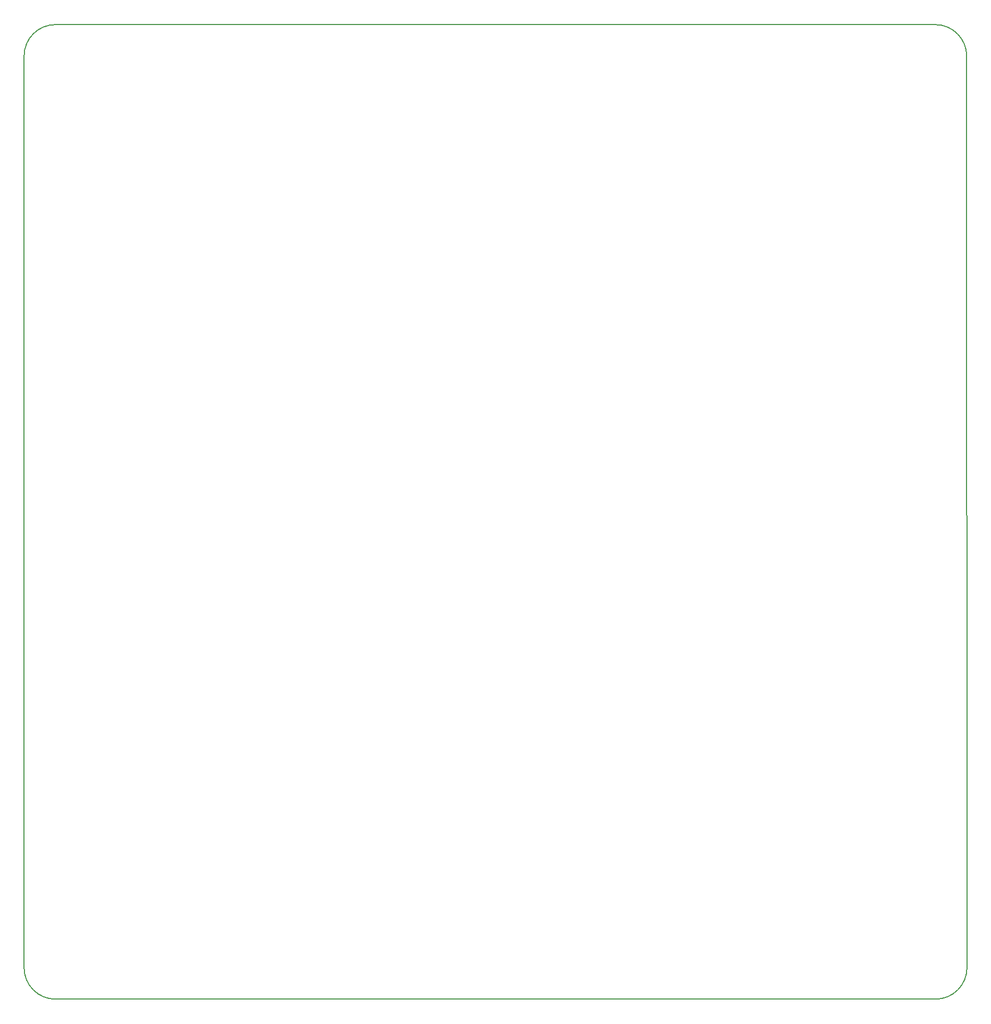
<source format=gbr>
%TF.GenerationSoftware,KiCad,Pcbnew,(5.1.9)-1*%
%TF.CreationDate,2021-06-11T11:51:17+02:00*%
%TF.ProjectId,08_Main_Gauche,30385f4d-6169-46e5-9f47-61756368652e,rev?*%
%TF.SameCoordinates,Original*%
%TF.FileFunction,Other,Fab,Bot*%
%FSLAX46Y46*%
G04 Gerber Fmt 4.6, Leading zero omitted, Abs format (unit mm)*
G04 Created by KiCad (PCBNEW (5.1.9)-1) date 2021-06-11 11:51:17*
%MOMM*%
%LPD*%
G01*
G04 APERTURE LIST*
%TA.AperFunction,Profile*%
%ADD10C,0.150000*%
%TD*%
G04 APERTURE END LIST*
D10*
X165000000Y-25000000D02*
G75*
G02*
X170000000Y-30000000I0J-5000000D01*
G01*
X170050000Y-174950000D02*
G75*
G02*
X165050000Y-179950000I-5000000J0D01*
G01*
X25050000Y-179950000D02*
G75*
G02*
X20050000Y-174950000I0J5000000D01*
G01*
X20050000Y-30000000D02*
G75*
G02*
X25050000Y-25000000I5000000J0D01*
G01*
X20050000Y-174950000D02*
X20050000Y-30000000D01*
X165050000Y-179950000D02*
X25050000Y-179950000D01*
X170000000Y-30000000D02*
X170050000Y-174950000D01*
X25050000Y-25000000D02*
X165000000Y-25000000D01*
M02*

</source>
